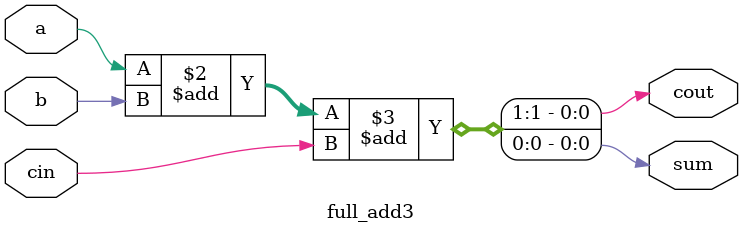
<source format=v>
module full_add3(a,b,cin,sum,cout);
	input a,b,cin;
	output reg sum,cout;
	always@*
	begin
		{cout,sum}=a+b+cin;
	end
endmodule

</source>
